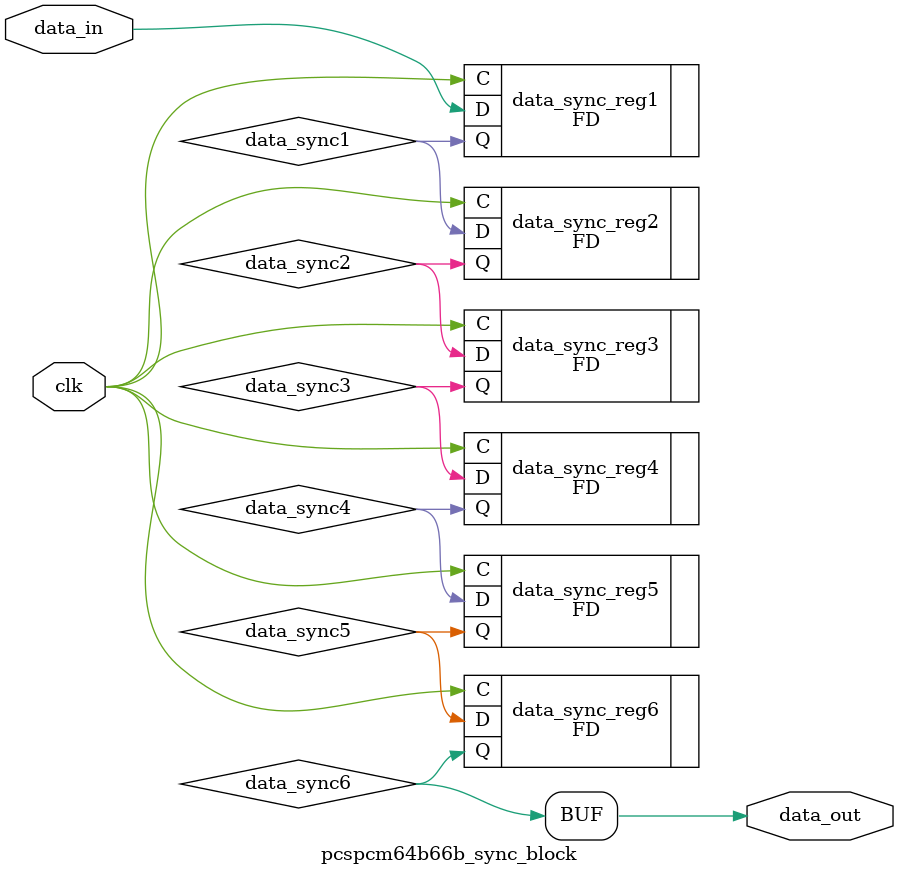
<source format=v>




`timescale 1ps / 1ps

//(* dont_touch = "yes" *)
module pcspcm64b66b_sync_block #(
  parameter INITIALISE = 6'b000000
)
(
  input        clk,              // clock to be sync'ed to
  input        data_in,          // Data to be 'synced'
  output       data_out          // synced data
);

  // Internal Signals
  wire data_sync1;
  wire data_sync2;
  wire data_sync3;
  wire data_sync4;
  wire data_sync5;
  wire data_sync6;


  (* shreg_extract = "no", ASYNC_REG = "TRUE" *)
  FD #(
    .INIT (INITIALISE[0])
  ) data_sync_reg1 (
    .C  (clk),
    .D  (data_in),
    .Q  (data_sync1)
  );


  (* shreg_extract = "no", ASYNC_REG = "TRUE" *)
  FD #(
   .INIT (INITIALISE[1])
  ) data_sync_reg2 (
  .C  (clk),
  .D  (data_sync1),
  .Q  (data_sync2)
  );


  (* shreg_extract = "no", ASYNC_REG = "TRUE" *)
  FD #(
   .INIT (INITIALISE[2])
  ) data_sync_reg3 (
  .C  (clk),
  .D  (data_sync2),
  .Q  (data_sync3)
  );

  (* shreg_extract = "no", ASYNC_REG = "TRUE" *)
  FD #(
   .INIT (INITIALISE[3])
  ) data_sync_reg4 (
  .C  (clk),
  .D  (data_sync3),
  .Q  (data_sync4)
  );

  (* shreg_extract = "no", ASYNC_REG = "TRUE" *)
  FD #(
   .INIT (INITIALISE[4])
  ) data_sync_reg5 (
  .C  (clk),
  .D  (data_sync4),
  .Q  (data_sync5)
  );

  (* shreg_extract = "no", ASYNC_REG = "TRUE" *)
  FD #(
   .INIT (INITIALISE[5])
  ) data_sync_reg6 (
  .C  (clk),
  .D  (data_sync5),
  .Q  (data_sync6)
  );
  assign data_out = data_sync6;



endmodule

</source>
